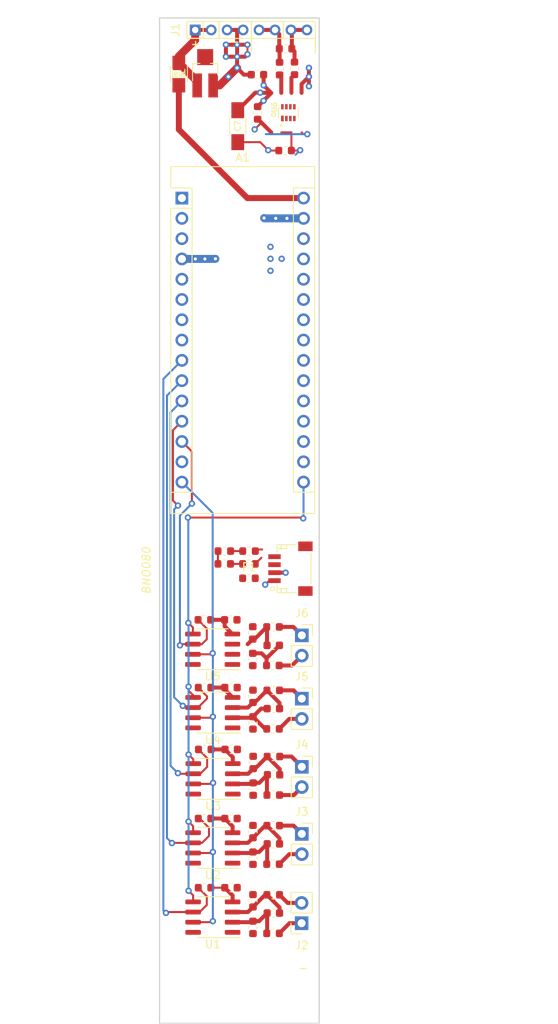
<source format=kicad_pcb>
(kicad_pcb (version 20211014) (generator pcbnew)
  (layers (0 "F.Cu" signal) (1 "In1.Cu" power "GND") (2 "In2.Cu" power "PWR") (31 "B.Cu" signal) (34 "B.Paste" user) (35 "F.Paste" user) (36 "B.SilkS" user "B.Silkscreen") (37 "F.SilkS" user "F.Silkscreen") (38 "B.Mask" user) (39 "F.Mask" user) (44 "Edge.Cuts" user))
  (net 0 "")
  (net 1 "GND")
  (net 2 "scl")
  (net 3 "sda")
  (net 4 "cs_1")
  (net 5 "sck")
  (net 6 "Net-(D7-Pad1)")
  (net 7 "Net-(C20-Pad2)")
  (net 8 "cs_5")
  (net 9 "Net-(C2-Pad2)")
  (net 10 "Net-(F1-Pad2)")
  (net 11 "tc1+")
  (net 12 "tc1-")
  (net 13 "tc2+")
  (net 14 "tc2-")
  (net 15 "tc4-")
  (net 16 "tc3-")
  (net 17 "tc3+")
  (net 18 "tc4+")
  (net 19 "cs_2")
  (net 20 "tc5+")
  (net 21 "tc5-")
  (net 22 "cs_3")
  (net 23 "Net-(Ri2cSCL1-Pad1)")
  (net 24 "Net-(Ri2cSDA1-Pad1)")
  (net 25 "+5V")
  (net 26 "copi")
  (net 27 "cipo")
  (net 28 "cs_4")
  (net 29 "UART_RX")
  (net 30 "RS485_EN")
  (net 31 "RS485_B+")
  (net 32 "Net-(R55-Pad2)")
  (net 33 "RS485_A-")
  (net 34 "Net-(R56-Pad2)")
  (net 48 "Vin")
  (net 49 "UART_TX")
  (net 50 "Net-(C3-Pad2)")
  (net 51 "Net-(C4-Pad1)")
  (net 52 "Net-(C5-Pad2)")
  (net 53 "Net-(C6-Pad1)")
  (net 54 "Net-(C8-Pad2)")
  (net 55 "Net-(C9-Pad1)")
  (net 56 "Net-(C22-Pad1)")
  (net 57 "Net-(C34-Pad1)")
  (footprint "Library:ferrite_bead_1206" (layer "F.Cu") (at 126.615 39.48 90)
    (fp_text reference "L5" hide)
    (fp_text value "Ferrite_Bead_Small" hide)
  )
  (footprint "Library:C_1206_HandSoldering_silkscreenlabel" (layer "F.Cu") (at 134 46 -90)
    (fp_text reference "C7" hide)
    (fp_text value "10u")
  )
  (footprint "Library:Fuse_0603_1608Metric" (layer "F.Cu") (at 135.4 102.6)
    (fp_text reference "F1")
    (fp_text value "Polyfuse" hide)
  )
  (footprint "Library:R_0603_1608Metric_fabdesignatorsmall" (layer "F.Cu") (at 135.4 100.8)
    (fp_text reference "Ri2cSDA1" hide)
    (fp_text value "500")
  )
  (footprint "Library:R_0603_1608Metric_fabdesignatorsmall" (layer "F.Cu") (at 132.3125 99.2)
    (fp_text reference "Ri2cSCL2" hide)
    (fp_text value "500")
  )
  (footprint "Library:R_0603_1608Metric_fabdesignatorsmall" (layer "F.Cu") (at 132.3 100.8)
    (fp_text reference "Ri2cSDA2" hide)
    (fp_text value "500")
  )
  (footprint "Library:R_0603_1608Metric_fabdesignatorsmall" (layer "F.Cu") (at 135.4125 99.2)
    (fp_text reference "Ri2cSCL1" hide)
    (fp_text value "500")
  )
  (footprint "Library:MountingHole_3.2mm_M3" (layer "F.Cu") (at 140.6 154.7)
    (fp_text reference "H3" hide)
    (fp_text value "MountingHole" hide)
  )
  (footprint "Library:MountingHole_3.2mm_M3" (layer "F.Cu") (at 154.94 116.84)
    (fp_text reference "H2" hide)
    (fp_text value "MountingHole" hide)
  )
  (footprint "Connector_PinSocket_2.00mm:PinSocket_1x08_P2.00mm_Vertical" (layer "F.Cu") (at 128.665 33.95 90)
    (fp_text reference "J1")
    (fp_text value "ethernet")
  )
  (footprint "Library:JST_SH_SM04B-SRSS-TB_04x1.00mm_Angled" (layer "F.Cu") (at 140.5375 101.4 90)
    (fp_text reference "J7" hide)
    (fp_text value "BN080")
  )
  (footprint "Library:R_0603_1608Metric_fabdesignatorsmall" (layer "F.Cu") (at 139.9275 49.05 180)
    (fp_text reference "R54" hide)
    (fp_text value "10k")
  )
  (footprint "Library:C_0603_1608Metric_fabdesignatorsmall" (layer "F.Cu") (at 138.482 127.206 180)
    (fp_text reference "C26" hide)
    (fp_text value ".01u")
  )
  (footprint "Library:R_0603_1608Metric_fabdesignatorsmall" (layer "F.Cu") (at 129.8615 124.031)
    (fp_text reference "R16" hide)
    (fp_text value "1M")
  )
  (footprint "Library:C_0603_1608Metric_fabdesignatorsmall" (layer "F.Cu") (at 135.904 146.311 -90)
    (fp_text reference "C22" hide)
    (fp_text value ".1u")
  )
  (footprint "Library:R_0603_1608Metric_fabdesignatorsmall" (layer "F.Cu") (at 139.99 36.3 180)
    (fp_text reference "R57" hide)
    (fp_text value "120r")
  )
  (footprint "Library:C_0603_1608Metric_fabdesignatorsmall" (layer "F.Cu") (at 135.904 142.983 -90)
    (fp_text reference "C20" hide)
    (fp_text value ".1u")
  )
  (footprint "Library:C_0603_1608Metric_fabdesignatorsmall" (layer "F.Cu") (at 133.151 116.285)
    (fp_text reference "C18" hide)
    (fp_text value ".1u")
  )
  (footprint "Package_SO:SOIC-8_3.9x4.9mm_P1.27mm" (layer "F.Cu") (at 130.903 127.714 180)
    (fp_text reference "U3")
    (fp_text value "MAX31855KASA")
  )
  (footprint "Library:C_0603_1608Metric_fabdesignatorsmall" (layer "F.Cu") (at 135.904 137.648 -90)
    (fp_text reference "C34" hide)
    (fp_text value ".1u")
  )
  (footprint "Library:C_0603_1608Metric_fabdesignatorsmall" (layer "F.Cu") (at 133.151 141.345)
    (fp_text reference "C1" hide)
    (fp_text value ".1u")
  )
  (footprint "Library:R_0603_1608Metric_fabdesignatorsmall" (layer "F.Cu") (at 138.444 142.234 180)
    (fp_text reference "R23" hide)
    (fp_text value "500")
  )
  (footprint "Library:R_0603_1608Metric_fabdesignatorsmall" (layer "F.Cu") (at 129.8115 107.805)
    (fp_text reference "R18" hide)
    (fp_text value "1M")
  )
  (footprint "Library:C_0603_1608Metric_fabdesignatorsmall" (layer "F.Cu") (at 135.879 109.443 -90)
    (fp_text reference "C8" hide)
    (fp_text value ".1u")
  )
  (footprint "Library:C_0603_1608Metric_fabdesignatorsmall" (layer "F.Cu") (at 138.457 118.92 180)
    (fp_text reference "C28" hide)
    (fp_text value ".01u")
  )
  (footprint "Library:C_0603_1608Metric_fabdesignatorsmall" (layer "F.Cu") (at 138.444 111)
    (fp_text reference "C29" hide)
    (fp_text value ".01u")
  )
  (footprint "Connector_PinSocket_2.54mm:PinSocket_1x02_P2.54mm_Vertical" (layer "F.Cu") (at 142.025 126.21)
    (fp_text reference "J4")
    (fp_text value "TC3")
  )
  (footprint "Library:R_0603_1608Metric_fabdesignatorsmall" (layer "F.Cu") (at 141.11 38.7625 -90)
    (fp_text reference "R55" hide)
    (fp_text value "10R")
  )
  (footprint "Library:R_0603_1608Metric_fabdesignatorsmall" (layer "F.Cu") (at 129.8365 132.682)
    (fp_text reference "R14" hide)
    (fp_text value "1M")
  )
  (footprint "Connector_PinSocket_2.54mm:PinSocket_1x02_P2.54mm_Vertical" (layer "F.Cu") (at 142.025 117.67)
    (fp_text reference "J5")
    (fp_text value "TC4")
  )
  (footprint "Library:MountingHole_3.2mm_M3" (layer "F.Cu") (at 170.68 95.37)
    (fp_text reference "H1" hide)
    (fp_text value "~" hide)
  )
  (footprint "Library:C_0603_1608Metric_fabdesignatorsmall" (layer "F.Cu") (at 133.176 124.031)
    (fp_text reference "C17" hide)
    (fp_text value ".1u")
  )
  (footprint "Library:R_0603_1608Metric_fabdesignatorsmall" (layer "F.Cu") (at 138.419 108.694 180)
    (fp_text reference "R5" hide)
    (fp_text value "500")
  )
  (footprint "Library:C_0603_1608Metric_fabdesignatorsmall" (layer "F.Cu") (at 135.929 128.997 -90)
    (fp_text reference "C4" hide)
    (fp_text value ".1u")
  )
  (footprint "Module:Arduino_Nano" (layer "F.Cu") (at 127 55)
    (fp_text reference "A1")
    (fp_text value "Arduino_Nano_Every")
  )
  (footprint "Library:C_0603_1608Metric_fabdesignatorsmall" (layer "F.Cu") (at 135.904 134.32 -90)
    (fp_text reference "C2" hide)
    (fp_text value ".1u")
  )
  (footprint "Connector_PinSocket_2.54mm:PinSocket_1x02_P2.54mm_Vertical" (layer "F.Cu") (at 142.025 134.607)
    (fp_text reference "J3")
    (fp_text value "TC2")
  )
  (footprint "Package_SO:SOIC-8_3.9x4.9mm_P1.27mm" (layer "F.Cu") (at 130.878 136.365 180)
    (fp_text reference "U2")
    (fp_text value "MAX31855KASA")
  )
  (footprint "Library:R_0603_1608Metric_fabdesignatorsmall" (layer "F.Cu") (at 138.469 124.92 180)
    (fp_text reference "R1" hide)
    (fp_text value "500")
  )
  (footprint "Library:R_0603_1608Metric_fabdesignatorsmall" (layer "F.Cu") (at 138.444 133.571 180)
    (fp_text reference "R13" hide)
    (fp_text value "500")
  )
  (footprint "Library:C_0603_1608Metric_fabdesignatorsmall" (layer "F.Cu") (at 138.457 144.52 180)
    (fp_text reference "C25" hide)
    (fp_text value ".01u")
  )
  (footprint "Library:C_0603_1608Metric_fabdesignatorsmall" (layer "F.Cu") (at 135.904 117.383 -90)
    (fp_text reference "C5" hide)
    (fp_text value ".1u")
  )
  (footprint "Package_SO:SOIC-8_3.9x4.9mm_P1.27mm" (layer "F.Cu") (at 130.878 119.428 180)
    (fp_text reference "U4")
    (fp_text value "MAX31855KASA")
  )
  (footprint "Connector_PinSocket_2.54mm:PinSocket_1x02_P2.54mm_Vertical" (layer "F.Cu") (at 142 145.79 180)
    (fp_text reference "J2")
    (fp_text value "TC1")
  )
  (footprint "Connector_PinSocket_2.54mm:PinSocket_1x02_P2.54mm_Vertical" (layer "F.Cu") (at 142.025 109.75)
    (fp_text reference "J6")
    (fp_text value "TC5")
  )
  (footprint "Library:C_0603_1608Metric_fabdesignatorsmall" (layer "F.Cu") (at 135.879 112.771 -90)
    (fp_text reference "C9" hide)
    (fp_text value ".1u")
  )
  (footprint "Library:R_0603_1608Metric_fabdesignatorsmall" (layer "F.Cu") (at 138.3935 113.52 180)
    (fp_text reference "R6" hide)
    (fp_text value "500")
  )
  (footprint "Library:R_0603_1608Metric_fabdesignatorsmall" (layer "F.Cu") (at 139.24 38.7925 -90)
    (fp_text reference "R56" hide)
    (fp_text value "10R")
  )
  (footprint "Library:SOT-5X3-8" (layer "F.Cu") (at 140.09 44.3 90)
    (fp_text reference "U6")
    (fp_text value "~")
  )
  (footprint "Library:R_0603_1608Metric_fabdesignatorsmall" (layer "F.Cu") (at 129.8365 141.345)
    (fp_text reference "R20" hide)
    (fp_text value "1M")
  )
  (footprint "Library:R_0603_1608Metric_fabdesignatorsmall" (layer "F.Cu") (at 138.4185 121.46 180)
    (fp_text reference "R4" hide)
    (fp_text value "500")
  )
  (footprint "Library:R_0603_1608Metric_fabdesignatorsmall" (layer "F.Cu") (at 138.4185 138.397 180)
    (fp_text reference "R15" hide)
    (fp_text value "500")
  )
  (footprint "Library:R_0603_1608Metric_fabdesignatorsmall" (layer "F.Cu") (at 138.4185 147.06 180)
    (fp_text reference "R24" hide)
    (fp_text value "500")
  )
  (footprint "Library:R_0603_1608Metric_fabdesignatorsmall" (layer "F.Cu") (at 138.4435 129.746 180)
    (fp_text reference "R2" hide)
    (fp_text value "500")
  )
  (footprint "Library:C_0603_1608Metric_fabdesignatorsmall" (layer "F.Cu") (at 138.457 135.857 180)
    (fp_text reference "C27" hide)
    (fp_text value ".01u")
  )
  (footprint "Package_SO:SOIC-8_3.9x4.9mm_P1.27mm" (layer "F.Cu") (at 130.853 111.488 180)
    (fp_text reference "U5")
    (fp_text value "MAX31855KASA")
  )
  (footprint "Library:R_0603_1608Metric_fabdesignatorsmall" (layer "F.Cu") (at 136.49 44.3375 -90)
    (fp_text reference "R53" hide)
    (fp_text value "10k")
  )
  (footprint "Library:C_0603_1608Metric_fabdesignatorsmall" (layer "F.Cu") (at 133.151 132.682)
    (fp_text reference "C16" hide)
    (fp_text value ".1u")
  )
  (footprint "Library:C_0603_1608Metric_fabdesignatorsmall" (layer "F.Cu") (at 133.126 107.805)
    (fp_text reference "C19" hide)
    (fp_text value ".1u")
  )
  (footprint "Library:R_0603_1608Metric_fabdesignatorsmall" (layer "F.Cu") (at 129.8365 116.285)
    (fp_text reference "R17" hide)
    (fp_text value "1M")
  )
  (footprint "Library:C_0603_1608Metric_fabdesignatorsmall" (layer "F.Cu") (at 135.904 120.711 -90)
    (fp_text reference "C6" hide)
    (fp_text value ".1u")
  )
  (footprint "Library:C_0603_1608Metric_fabdesignatorsmall" (layer "F.Cu") (at 136.465 39.55)
    (fp_text reference "C36" hide)
    (fp_text value "~")
  )
  (footprint "Package_SO:SOIC-8_3.9x4.9mm_P1.27mm" (layer "F.Cu") (at 130.878 145.028 180)
    (fp_text reference "U1")
    (fp_text value "MAX31855KASA")
  )
  (footprint "Library:R_0603_1608Metric_fabdesignatorsmall" (layer "F.Cu") (at 138.444 116.634 180)
    (fp_text reference "R3" hide)
    (fp_text value "500")
  )
  (footprint "Library:C_0603_1608Metric_fabdesignatorsmall" (layer "F.Cu") (at 135.929 125.669 -90)
    (fp_text reference "C3" hide)
    (fp_text value ".1u")
  )
  (footprint "Library:SOT-23_handsoldering" (layer "F.Cu") (at 129.915 38.9 90)
    (fp_text reference "D7" hide)
    (fp_text value "AQ12")
  )
  (gr_line (start 143.715 36.8) (end 143.715 35.05) (layer "F.SilkS") (width 0.15))
  (gr_line (start 128.665 32.89) (end 129.665 32.89) (layer "F.SilkS") (width 0.15))
  (gr_circle (center 138.49 44.55) (end 138.24 44.55) (layer "F.SilkS") (width 0.15) (fill none))
  (gr_line (start 131.665 32.9) (end 131.665 35) (layer "F.SilkS") (width 0.15))
  (gr_line (start 127.605 33.95) (end 127.615 35) (layer "F.SilkS") (width 0.15))
  (gr_line (start 139.715 35) (end 139.715 32.9) (layer "F.SilkS") (width 0.15))
  (gr_line (start 127.615 35) (end 129.665 35) (layer "F.SilkS") (width 0.15))
  (gr_line (start 135.715 36.8) (end 135.715 32.9) (layer "F.SilkS") (width 0.15))
  (gr_line locked (start 144.2 32.45) (end 144.2 158.3) (layer "Edge.Cuts") (width 0.15))
  (gr_line locked (start 124.2 158.3) (end 124.2 32.45) (layer "Edge.Cuts") (width 0.15))
  (gr_line locked (start 124.2 158.3) (end 144.2 158.3) (layer "Edge.Cuts") (width 0.1))
  (gr_line (start 124.2 32.45) (end 144.2 32.45) (layer "Edge.Cuts") (width 0.15))
  (gr_text "-" (at 142.2 151.4) (layer "F.SilkS") (effects (font (size 1 1))))
  (gr_text "-" (at 133.615 35.4) (layer "F.SilkS") (effects (font (size 1 1))))
  (gr_text "+" (at 128.715 35.7) (layer "F.SilkS") (effects (font (size 1 1))))
  (gr_text "BNO080" (at 122.562501 101.620001 90) (layer "F.SilkS") (effects (font (size 1 1) (thickness 0.15) italic)))
  (segment (start 132.815 39.8) (end 133.915 38.7) (width 1) (layer "F.Cu") (net 1))
  (segment (start 141.995 40.72) (end 142.915 39.8) (width 0.5) (layer "F.Cu") (net 1))
  (segment (start 133.765 33.95) (end 132.665 33.95) (width 0.5) (layer "F.Cu") (net 1))
  (segment (start 141.995 41.825) (end 141.995 40.72) (width 0.5) (layer "F.Cu") (net 1))
  (segment (start 138.6 102.9) (end 137.9375 102.9) (width 0.25) (layer "F.Cu") (net 1))
  (segment (start 134.915 37.3) (end 135.215 37) (width 0.5) (layer "F.Cu") (net 1))
  (segment (start 132.515 37.3) (end 132.515 35.8) (width 0.5) (layer "F.Cu") (net 1))
  (segment (start 142.915 39.8) (end 142.915 41) (width 0.5) (layer "F.Cu") (net 1))
  (segment (start 133.915 37.3) (end 133.915 35.8) (width 0.5) (layer "F.Cu") (net 1))
  (segment (start 134 48) (end 136.815 48) (width 0.25) (layer "F.Cu") (net 1))
  (segment (start 137.865 49.05) (end 137.815 49) (width 0.25) (layer "F.Cu") (net 1))
  (segment (start 132.515 35.8) (end 135.215 35.8) (width 0.5) (layer "F.Cu") (net 1))
  (segment (start 142.915 39.8) (end 142.915 38.7) (width 0.5) (layer "F.Cu") (net 1))
  (segment (start 133.915 34.1) (end 133.765 33.95) (width 0.5) (layer "F.Cu") (net 1))
  (segment (start 132.515 37.3) (end 134.915 37.3) (width 0.5) (layer "F.Cu") (net 1))
  (segment (start 133.915 38.7) (end 133.915 37.3) (width 0.5) (layer "F.Cu") (net 1))
  (segment (start 135.69 39.55) (end 134.765 39.55) (width 0.5) (layer "F.Cu") (net 1))
  (segment (start 133.765 33.95) (end 134.665 33.95) (width 0.5) (layer "F.Cu") (net 1))
  (segment (start 136.815 48) (end 137.815 49) (width 0.25) (layer "F.Cu") (net 1))
  (segment (start 135.165 37.05) (end 135.215 37) (width 0.25) (layer "F.Cu") (net 1))
  (segment (start 137.9375 102.9) (end 137.4375 103.4) (width 0.25) (layer "F.Cu") (net 1))
  (segment (start 134.765 39.55) (end 133.915 38.7) (width 0.5) (layer "F.Cu") (net 1))
  (segment (start 133.915 35.8) (end 133.915 34.1) (width 0.5) (layer "F.Cu") (net 1))
  (segment (start 139.14 49.05) (end 137.865 49.05) (width 0.25) (layer "F.Cu") (net 1))
  (segment (start 135.215 37) (end 135.215 35.8) (width 0.25) (layer "F.Cu") (net 1))
  (segment (start 131.715 40.9) (end 132.815 39.8) (width 1) (layer "F.Cu") (net 1))
  (segment (start 130.915 40.9) (end 131.715 40.9) (width 1) (layer "F.Cu") (net 1))
  (via (at 133.915 35.8) (size 0.8) (drill 0.4) (layers "F.Cu" "B.Cu") (net 1))
  (via (at 142.915 39.8) (size 0.8) (drill 0.4) (layers "F.Cu" "B.Cu") (net 1))
  (via (at 129.88 62.62) (size 0.8) (drill 0.4) (layers "F.Cu" "B.Cu") (net 1))
  (via (at 131.2 62.6) (size 0.8) (drill 0.4) (layers "F.Cu" "B.Cu") (net 1))
  (via (at 133.915 38.7) (size 0.8) (drill 0.4) (layers "F.Cu" "B.Cu") (net 1))
  (via (at 137.815 49) (size 0.8) (drill 0.4) (layers "F.Cu" "B.Cu") (net 1))
  (via (at 135.215 35.8) (size 0.8) (drill 0.4) (layers "F.Cu" "B.Cu") (net 1))
  (via (at 137.4375 103.4) (size 0.8) (drill 0.4) (layers "F.Cu" "B.Cu") (net 1))
  (via (at 137.3 57.5) (size 0.8) (drill 0.4) (layers "F.Cu" "B.Cu") (net 1))
  (via (at 132.515 35.8) (size 0.8) (drill 0.4) (layers "F.Cu" "B.Cu") (net 1))
  (via (at 138.76 57.54) (size 0.8) (drill 0.4) (layers "F.Cu" "B.Cu") (net 1))
  (via (at 132.515 37.3) (size 0.8) (drill 0.4) (layers "F.Cu" "B.Cu") (net 1))
  (via (at 133.915 37.3) (size 0.8) (drill 0.4) (layers "F.Cu" "B.Cu") (net 1))
  (via (at 132.815 39.8) (size 0.8) (drill 0.4) (layers "F.Cu" "B.Cu") (net 1))
  (via (at 135.215 37) (size 0.8) (drill 0.4) (layers "F.Cu" "B.Cu") (net 1))
  (via (at 140.16 57.54) (size 0.8) (drill 0.4) (layers "F.Cu" "B.Cu") (net 1))
  (via (at 128.68 62.62) (size 0.8) (drill 0.4) (layers "F.Cu" "B.Cu") (net 1))
  (via (at 142.915 41) (size 0.8) (drill 0.4) (layers "F.Cu" "B.Cu") (net 1))
  (via (at 142.915 38.7) (size 0.8) (drill 0.4) (layers "F.Cu" "B.Cu") (net 1))
  (segment (start 140.16 57.54) (end 138.76 57.54) (width 1) (layer "B.Cu") (net 1))
  (segment (start 142.24 57.54) (end 140.16 57.54) (width 1) (layer "B.Cu") (net 1))
  (segment (start 138.76 57.54) (end 137.34 57.54) (width 1) (layer "B.Cu") (net 1))
  (segment (start 128.68 62.62) (end 129.88 62.62) (width 1) (layer "B.Cu") (net 1))
  (segment (start 129.88 62.62) (end 131.18 62.62) (width 1) (layer "B.Cu") (net 1))
  (segment (start 127 62.62) (end 128.68 62.62) (width 1) (layer "B.Cu") (net 1))
  (segment (start 131.18 62.62) (end 131.2 62.6) (width 1) (layer "B.Cu") (net 1))
  (segment (start 137.34 57.54) (end 137.3 57.5) (width 1) (layer "B.Cu") (net 1))
  (segment (start 136.4 99) (end 136.2 99.2) (width 0.25) (layer "F.Cu") (net 2))
  (segment (start 137.0625 99) (end 136.4 99) (width 0.25) (layer "F.Cu") (net 2))
  (segment (start 136.956749 100.030751) (end 136.1875 100.8) (width 0.25) (layer "F.Cu") (net 3))
  (segment (start 129.227 144.393) (end 128.403 144.393) (width 0.25) (layer "F.Cu") (net 4))
  (segment (start 129.049 141.345) (end 130.116 142.412) (width 0.25) (layer "F.Cu") (net 4))
  (segment (start 128.403 144.393) (end 125.107 144.393) (width 0.25) (layer "F.Cu") (net 4))
  (segment (start 130.116 143.504) (end 129.227 144.393) (width 0.25) (layer "F.Cu") (net 4))
  (segment (start 130.116 142.412) (end 130.116 143.504) (width 0.25) (layer "F.Cu") (net 4))
  (segment (start 125.107 144.393) (end 125 144.5) (width 0.25) (layer "F.Cu") (net 4))
  (via (at 125 144.5) (size 0.8) (drill 0.4) (layers "F.Cu" "B.Cu") (net 4))
  (segment (start 124.676997 77.643003) (end 127 75.32) (width 0.25) (layer "B.Cu") (net 4))
  (segment (start 125 144.5) (end 124.676997 144.176997) (width 0.25) (layer "B.Cu") (net 4))
  (segment (start 124.676997 144.176997) (end 124.676997 77.643003) (width 0.25) (layer "B.Cu") (net 4))
  (segment (start 128.403 142.299) (end 127.83 141.726) (width 0.25) (layer "F.Cu") (net 5))
  (segment (start 128.378 109.583) (end 128.378 108.759) (width 0.25) (layer "F.Cu") (net 5))
  (segment (start 128.403 117.239) (end 127.83 116.666) (width 0.25) (layer "F.Cu") (net 5))
  (segment (start 127.75 95) (end 142.1 95) (width 0.25) (layer "F.Cu") (net 5))
  (segment (start 128.428 125.809) (end 128.428 125.268) (width 0.25) (layer "F.Cu") (net 5))
  (segment (start 128.403 117.523) (end 128.403 117.239) (width 0.25) (layer "F.Cu") (net 5))
  (segment (start 128.403 133.636) (end 127.83 133.063) (width 0.25) (layer "F.Cu") (net 5))
  (segment (start 128.403 143.123) (end 128.403 142.299) (width 0.25) (layer "F.Cu") (net 5))
  (segment (start 128.403 134.46) (end 128.403 133.636) (width 0.25) (layer "F.Cu") (net 5))
  (segment (start 128.428 125.268) (end 127.83 124.67) (width 0.25) (layer "F.Cu") (net 5))
  (segment (start 128.378 108.759) (end 127.805 108.186) (width 0.25) (layer "F.Cu") (net 5))
  (segment (start 127.83 116.666) (end 127.83 116.17) (width 0.25) (layer "F.Cu") (net 5))
  (segment (start 142.1 95) (end 142.2 95.1) (width 0.25) (layer "F.Cu") (net 5))
  (via (at 127.83 141.726) (size 0.8) (drill 0.4) (layers "F.Cu" "B.Cu") (net 5))
  (via (at 127.83 116.17) (size 0.8) (drill 0.4) (layers "F.Cu" "B.Cu") (net 5))
  (via (at 127.805 108.186) (size 0.8) (drill 0.4) (layers "F.Cu" "B.Cu") (net 5))
  (via (at 127.83 124.67) (size 0.8) (drill 0.4) (layers "F.Cu" "B.Cu") (net 5))
  (via (at 127.75 95) (size 0.8) (drill 0.4) (layers "F.Cu" "B.Cu") (net 5))
  (via (at 127.83 133.063) (size 0.8) (drill 0.4) (layers "F.Cu" "B.Cu") (net 5))
  (via (at 142.2 95.1) (size 0.8) (drill 0.4) (layers "F.Cu" "B.Cu") (net 5))
  (segment (start 142.2 95.1) (end 142.24 95.06) (width 0.25) (layer "B.Cu") (net 5))
  (segment (start 127.83 108.211) (end 127.805 108.186) (width 0.25) (layer "B.Cu") (net 5))
  (segment (start 127.805 95.055) (end 127.75 95) (width 0.25) (layer "B.Cu") (net 5))
  (segment (start 127.83 124.67) (end 127.83 116.17) (width 0.25) (layer "B.Cu") (net 5))
  (segment (start 127.83 116.17) (end 127.83 108.211) (width 0.25) (layer "B.Cu") (net 5))
  (segment (start 142.24 95.06) (end 142.24 90.56) (width 0.25) (layer "B.Cu") (net 5))
  (segment (start 127.83 141.726) (end 127.83 124.67) (width 0.25) (layer "B.Cu") (net 5))
  (segment (start 127.805 108.186) (end 127.805 95.055) (width 0.25) (layer "B.Cu") (net 5))
  (segment (start 128.915 40.9) (end 128.915 40.38) (width 1) (layer "F.Cu") (net 6))
  (segment (start 128.715 34) (end 128.665 33.95) (width 0.5) (layer "F.Cu") (net 6))
  (segment (start 128.915 40.38) (end 126.615 38.08) (width 1) (layer "F.Cu") (net 6))
  (segment (start 126.615 38.08) (end 126.615 37.25) (width 1) (layer "F.Cu") (net 6))
  (segment (start 126.615 37.25) (end 128.665 35.2) (width 1) (layer "F.Cu") (net 6))
  (segment (start 128.665 35.2) (end 128.665 33.95) (width 1) (layer "F.Cu") (net 6))
  (segment (start 128.665 33.95) (end 130.665 33.95) (width 0.5) (layer "F.Cu") (net 6))
  (segment (start 137.6565 142.234) (end 137.428 142.234) (width 0.5) (layer "F.Cu") (net 7))
  (segment (start 133.353 144.393) (end 135.269 144.393) (width 0.5) (layer "F.Cu") (net 7))
  (segment (start 137.428 142.234) (end 135.904 143.758) (width 0.5) (layer "F.Cu") (net 7))
  (segment (start 135.904 143.758) (end 135.269 144.393) (width 0.5) (layer "F.Cu") (net 7))
  (segment (start 139.232 144.52) (end 139.232 143.8095) (width 0.5) (layer "F.Cu") (net 7))
  (segment (start 139.232 143.8095) (end 137.6565 142.234) (width 0.5) (layer "F.Cu") (net 7))
  (segment (start 128.378 110.853) (end 126.897 110.853) (width 0.25) (layer "F.Cu") (net 8))
  (segment (start 130.116 110.238) (end 130.116 108.897) (width 0.25) (layer "F.Cu") (net 8))
  (segment (start 127 85.48) (end 128.25 86.73) (width 0.25) (layer "F.Cu") (net 8))
  (segment (start 129.501 110.853) (end 130.116 110.238) (width 0.25) (layer "F.Cu") (net 8))
  (segment (start 128.378 110.853) (end 129.501 110.853) (width 0.25) (layer "F.Cu") (net 8))
  (segment (start 130.116 108.897) (end 129.024 107.805) (width 0.25) (layer "F.Cu") (net 8))
  (segment (start 128.25 86.73) (end 128.25 93.25) (width 0.25) (layer "F.Cu") (net 8))
  (segment (start 126.897 110.853) (end 126.75 111) (width 0.25) (layer "F.Cu") (net 8))
  (via (at 128.25 93.25) (size 0.8) (drill 0.4) (layers "F.Cu" "B.Cu") (net 8))
  (via (at 126.75 111) (size 0.8) (drill 0.4) (layers "F.Cu" "B.Cu") (net 8))
  (segment (start 126.75 107.25) (end 126.75 94.75) (width 0.25) (layer "B.Cu") (net 8))
  (segment (start 126.75 111) (end 126.75 107.25) (width 0.25) (layer "B.Cu") (net 8))
  (segment (start 126.75 94.75) (end 128.25 93.25) (width 0.25) (layer "B.Cu") (net 8))
  (segment (start 126.75 107.25) (end 126.75 107) (width 0.25) (layer "B.Cu") (net 8))
  (segment (start 133.353 135.73) (end 135.269 135.73) (width 0.5) (layer "F.Cu") (net 9))
  (segment (start 137.428 133.571) (end 135.904 135.095) (width 0.5) (layer "F.Cu") (net 9))
  (segment (start 135.269 135.73) (end 135.904 135.095) (width 0.5) (layer "F.Cu") (net 9))
  (segment (start 139.232 135.857) (end 139.232 135.1465) (width 0.5) (layer "F.Cu") (net 9))
  (segment (start 137.6565 133.571) (end 137.428 133.571) (width 0.5) (layer "F.Cu") (net 9))
  (segment (start 139.232 135.1465) (end 137.6565 133.571) (width 0.5) (layer "F.Cu") (net 9))
  (segment (start 138.6 101.9) (end 139.991765 101.9) (width 0.5) (layer "F.Cu") (net 10))
  (segment (start 139.991765 101.9) (end 139.99425 101.902485) (width 0.5) (layer "F.Cu") (net 10))
  (via (at 139.99425 101.902485) (size 0.8) (drill 0.4) (layers "F.Cu" "B.Cu") (net 10))
  (segment (start 142 143.25) (end 140.2475 143.25) (width 0.5) (layer "F.Cu") (net 11))
  (segment (start 140.2475 143.25) (end 139.2315 142.234) (width 0.5) (layer "F.Cu") (net 11))
  (segment (start 142 145.79) (end 140.476 145.79) (width 0.5) (layer "F.Cu") (net 12))
  (segment (start 140.476 145.79) (end 139.206 147.06) (width 0.5) (layer "F.Cu") (net 12))
  (segment (start 140.989 133.571) (end 142.025 134.607) (width 0.5) (layer "F.Cu") (net 13))
  (segment (start 139.2315 133.571) (end 140.989 133.571) (width 0.5) (layer "F.Cu") (net 13))
  (segment (start 142.025 137.147) (end 140.456 137.147) (width 0.5) (layer "F.Cu") (net 14))
  (segment (start 140.456 137.147) (end 139.206 138.397) (width 0.5) (layer "F.Cu") (net 14))
  (segment (start 142.025 120.21) (end 140.456 120.21) (width 0.5) (layer "F.Cu") (net 15))
  (segment (start 139.211 121.46) (end 139.231 121.48) (width 0.5) (layer "F.Cu") (net 15))
  (segment (start 140.456 120.21) (end 139.206 121.46) (width 0.5) (layer "F.Cu") (net 15))
  (segment (start 139.206 121.46) (end 139.211 121.46) (width 0.5) (layer "F.Cu") (net 15))
  (segment (start 141.029 129.746) (end 142.025 128.75) (width 0.5) (layer "F.Cu") (net 16))
  (segment (start 139.231 129.746) (end 141.029 129.746) (width 0.5) (layer "F.Cu") (net 16))
  (segment (start 140.735 124.92) (end 142.025 126.21) (width 0.5) (layer "F.Cu") (net 17))
  (segment (start 139.2565 124.92) (end 140.735 124.92) (width 0.5) (layer "F.Cu") (net 17))
  (segment (start 140.989 116.634) (end 142.025 117.67) (width 0.5) (layer "F.Cu") (net 18))
  (segment (start 139.2315 116.634) (end 140.989 116.634) (width 0.5) (layer "F.Cu") (net 18))
  (segment (start 129.232 132.682) (end 129.049 132.682) (width 0.25) (layer "F.Cu") (net 19))
  (segment (start 128.403 135.73) (end 129.526 135.73) (width 0.25) (layer "F.Cu") (net 19))
  (segment (start 130.395 133.845) (end 129.232 132.682) (width 0.25) (layer "F.Cu") (net 19))
  (segment (start 129.526 135.73) (end 130.395 134.861) (width 0.25) (layer "F.Cu") (net 19))
  (segment (start 125.77 135.73) (end 125.75 135.75) (width 0.25) (layer "F.Cu") (net 19))
  (segment (start 128.403 135.73) (end 125.77 135.73) (width 0.25) (layer "F.Cu") (net 19))
  (segment (start 130.395 134.861) (end 130.395 133.845) (width 0.25) (layer "F.Cu") (net 19))
  (via (at 125.75 135.75) (size 0.8) (drill 0.4) (layers "F.Cu" "B.Cu") (net 19))
  (segment (start 125.126498 79.733502) (end 125.126498 135.126498) (width 0.25) (layer "B.Cu") (net 19))
  (segment (start 125.126498 135.126498) (end 125.75 135.75) (width 0.25) (layer "B.Cu") (net 19))
  (segment (start 127 77.86) (end 125.126498 79.733502) (width 0.25) (layer "B.Cu") (net 19))
  (segment (start 140.969 108.694) (end 142.025 109.75) (width 0.5) (layer "F.Cu") (net 20))
  (segment (start 139.2065 108.694) (end 140.969 108.694) (width 0.5) (layer "F.Cu") (net 20))
  (segment (start 140.795 113.52) (end 142.025 112.29) (width 0.5) (layer "F.Cu") (net 21))
  (segment (start 139.181 113.52) (end 140.795 113.52) (width 0.5) (layer "F.Cu") (net 21))
  (segment (start 128.428 127.079) (end 126.579 127.079) (width 0.25) (layer "F.Cu") (net 22))
  (segment (start 130.166 125.123) (end 129.074 124.031) (width 0.25) (layer "F.Cu") (net 22))
  (segment (start 130.166 126.21) (end 130.166 125.123) (width 0.25) (layer "F.Cu") (net 22))
  (segment (start 126.579 127.079) (end 126.5 127) (width 0.25) (layer "F.Cu") (net 22))
  (segment (start 129.297 127.079) (end 130.166 126.21) (width 0.25) (layer "F.Cu") (net 22))
  (segment (start 128.428 127.079) (end 129.297 127.079) (width 0.25) (layer "F.Cu") (net 22))
  (via (at 126.5 127) (size 0.8) (drill 0.4) (layers "F.Cu" "B.Cu") (net 22))
  (segment (start 125.575999 81.824001) (end 125.575999 126.075999) (width 0.25) (layer "B.Cu") (net 22))
  (segment (start 127 80.4) (end 125.575999 81.824001) (width 0.25) (layer "B.Cu") (net 22))
  (segment (start 125.575999 126.075999) (end 126.5 127) (width 0.25) (layer "B.Cu") (net 22))
  (segment (start 134.625 99.2) (end 133.1 99.2) (width 0.25) (layer "F.Cu") (net 23))
  (segment (start 133.0875 100.8) (end 134.6125 100.8) (width 0.25) (layer "F.Cu") (net 24))
  (segment (start 133.353 133.659) (end 132.376 132.682) (width 0.5) (layer "F.Cu") (net 25))
  (segment (start 133.353 142.322) (end 132.376 141.345) (width 0.5) (layer "F.Cu") (net 25))
  (segment (start 133.378 125.008) (end 132.401 124.031) (width 0.5) (layer "F.Cu") (net 25))
  (segment (start 137.24 40.88) (end 138.185 41.825) (width 0.5) (layer "F.Cu") (net 25))
  (segment (start 138.185 41.825) (end 136.84 41.825) (width 0.5) (layer "F.Cu") (net 25))
  (segment (start 130.624 132.682) (end 132.376 132.682) (width 0.5) (layer "F.Cu") (net 25))
  (segment (start 132.376 116.285) (end 130.624 116.285) (width 0.5) (layer "F.Cu") (net 25))
  (segment (start 138.185 41.825) (end 138.185 41.855) (width 0.5) (layer "F.Cu") (net 25))
  (segment (start 130.624 141.345) (end 132.376 141.345) (width 0.25) (layer "F.Cu") (net 25))
  (segment (start 133.353 143.123) (end 133.353 142.322) (width 0.5) (layer "F.Cu") (net 25))
  (segment (start 133.378 125.809) (end 133.378 125.008) (width 0.5) (layer "F.Cu") (net 25))
  (segment (start 136.2 41.8) (end 134 44) (width 0.5) (layer "F.Cu") (net 25))
  (segment (start 138.185 41.855) (end 136.49 43.55) (width 0.5) (layer "F.Cu") (net 25))
  (segment (start 130.649 124.031) (end 132.401 124.031) (width 0.5) (layer "F.Cu") (net 25))
  (segment (start 132.351 107.805) (end 132.351 108.606) (width 0.5) (layer "F.Cu") (net 25))
  (segment (start 130.599 107.805) (end 132.351 107.805) (width 0.5) (layer "F.Cu") (net 25))
  (segment (start 131.4875 100.825) (end 131.5125 100.8) (width 0.5) (layer "F.Cu") (net 25))
  (segment (start 133.353 134.46) (end 133.353 133.659) (width 0.5) (layer "F.Cu") (net 25))
  (segment (start 131.5125 100.8) (end 131.5125 99.7125) (width 0.25) (layer "F.Cu") (net 25))
  (segment (start 132.351 108.606) (end 133.328 109.583) (width 0.5) (layer "F.Cu") (net 25))
  (segment (start 136.815 41.8) (end 136.2 41.8) (width 0.5) (layer "F.Cu") (net 25))
  (segment (start 136.84 41.825) (end 136.815 41.8) (width 0.5) (layer "F.Cu") (net 25))
  (segment (start 137.24 39.55) (end 137.24 40.88) (width 0.5) (layer "F.Cu") (net 25))
  (segment (start 132.376 116.546) (end 133.353 117.523) (width 0.5) (layer "F.Cu") (net 25))
  (via (at 138.1 62.6) (size 0.8) (drill 0.4) (layers "F.Cu" "B.Cu") (net 25))
  (via (at 139.5 62.6) (size 0.8) (drill 0.4) (layers "F.Cu" "B.Cu") (net 25))
  (via (at 138.1 64.1) (size 0.8) (drill 0.4) (layers "F.Cu" "B.Cu") (net 25))
  (via (at 137.24 40.88) (size 0.8) (drill 0.4) (layers "F.Cu" "B.Cu") (net 25))
  (via (at 136.815 41.8) (size 0.8) (drill 0.4) (layers "F.Cu" "B.Cu") (net 25))
  (via (at 138.1 61.1) (size 0.8) (drill 0.4) (layers "F.Cu" "B.Cu") (net 25))
  (via (at 137.2275 42.8125) (size 0.8) (drill 0.4) (layers "F.Cu" "B.Cu") (net 25))
  (segment (start 130.776 128.349) (end 130.903 128.222) (width 0.25) (layer "F.Cu") (net 27))
  (segment (start 128.403 145.663) (end 130.751 145.663) (width 0.25) (layer "F.Cu") (net 27))
  (segment (start 130.751 120.063) (end 130.878 119.936) (width 0.25) (layer "F.Cu") (net 27))
  (segment (start 130.751 137) (end 130.878 136.873) (width 0.25) (layer "F.Cu") (net 27))
  (segment (start 128.403 137) (end 130.751 137) (width 0.25) (layer "F.Cu") (net 27))
  (segment (start 130.751 145.663) (end 130.878 145.536) (width 0.25) (layer "F.Cu") (net 27))
  (segment (start 130.726 112.123) (end 130.853 111.996) (width 0.25) (layer "F.Cu") (net 27))
  (segment (start 128.403 120.063) (end 130.751 120.063) (width 0.25) (layer "F.Cu") (net 27))
  (segment (start 128.428 128.349) (end 130.776 128.349) (width 0.25) (layer "F.Cu") (net 27))
  (segment (start 128.378 112.123) (end 130.726 112.123) (width 0.25) (layer "F.Cu") (net 27))
  (via (at 130.903 128.222) (size 0.8) (drill 0.4) (layers "F.Cu" "B.Cu") (net 27))
  (via (at 130.878 119.936) (size 0.8) (drill 0.4) (layers "F.Cu" "B.Cu") (net 27))
  (via (at 130.878 136.873) (size 0.8) (drill 0.4) (layers "F.Cu" "B.Cu") (net 27))
  (via (at 130.878 145.536) (size 0.8) (drill 0.4) (layers "F.Cu" "B.Cu") (net 27))
  (via (at 130.853 111.996) (size 0.8) (drill 0.4) (layers "F.Cu" "B.Cu") (net 27))
  (segment (start 130.878 145.536) (end 130.878 112.021) (width 0.25) (layer "B.Cu") (net 27))
  (segment (start 130.878 112.021) (end 130.853 111.996) (width 0.25) (layer "B.Cu") (net 27))
  (segment (start 130.853 94.413) (end 127 90.56) (width 0.25) (layer "B.Cu") (net 27))
  (segment (start 130.853 111.996) (end 130.853 94.413) (width 0.25) (layer "B.Cu") (net 27))
  (segment (start 127 82.94) (end 125.875 84.065) (width 0.25) (layer "F.Cu") (net 28))
  (segment (start 130.141 117.377) (end 130.141 117.67) (width 0.25) (layer "F.Cu") (net 28))
  (segment (start 125.875 84.065) (end 125.875 92.875) (width 0.25) (layer "F.Cu") (net 28))
  (segment (start 128.403 118.793) (end 127.324727 118.793) (width 0.25) (layer "F.Cu") (net 28))
  (segment (start 127.324727 118.793) (end 127.1055 118.573773) (width 0.25) (layer "F.Cu") (net 28))
  (segment (start 129.018 118.793) (end 130.141 117.67) (width 0.25) (layer "F.Cu") (net 28))
  (segment (start 125.875 92.875) (end 126.5 93.5) (width 0.25) (layer "F.Cu") (net 28))
  (segment (start 128.403 118.793) (end 129.018 118.793) (width 0.25) (layer "F.Cu") (net 28))
  (segment (start 130.141 117.377) (end 129.049 116.285) (width 0.25) (layer "F.Cu") (net 28))
  (via (at 126.5 93.5) (size 0.8) (drill 0.4) (layers "F.Cu" "B.Cu") (net 28))
  (via (at 127.1055 118.573773) (size 0.8) (drill 0.4) (layers "F.Cu" "B.Cu") (net 28))
  (segment (start 126.0255 107.08881) (end 126.0255 117.493773) (width 0.25) (layer "B.Cu") (net 28))
  (segment (start 126.0255 117.493773) (end 127.1055 118.573773) (width 0.25) (layer "B.Cu") (net 28))
  (segment (start 126.0255 107.08881) (end 126.0255 93.9745) (width 0.25) (layer "B.Cu") (net 28))
  (segment (start 126.0255 93.9745) (end 126.5 93.5) (width 0.25) (layer "B.Cu") (net 28))
  (segment (start 137.0625 45.6525) (end 138.185 46.775) (width 0.5) (layer "F.Cu") (net 29))
  (segment (start 136.535 45.125) (end 137.0625 45.6525) (width 0.5) (layer "F.Cu") (net 29))
  (segment (start 136.49 45.125) (end 136.535 45.125) (width 0.5) (layer "F.Cu") (net 29))
  (segment (start 136.115 46.4) (end 136.8625 45.6525) (width 0.25) (layer "F.Cu") (net 29))
  (segment (start 136.8625 45.6525) (end 137.0625 45.6525) (width 0.25) (layer "F.Cu") (net 29))
  (via (at 136.115 46.4) (size 0.8) (drill 0.4) (layers "F.Cu" "B.Cu") (net 29))
  (segment (start 140.725 46.775) (end 139.455 46.775) (width 0.25) (layer "F.Cu") (net 30))
  (segment (start 140.725 49.04) (end 140.715 49.05) (width 0.25) (layer "F.Cu") (net 30))
  (segment (start 141.765 49.05) (end 141.815 49) (width 0.25) (layer "F.Cu") (net 30))
  (segment (start 140.725 48.09) (end 140.725 49.04) (width 0.25) (layer "F.Cu") (net 30))
  (segment (start 140.715 49.05) (end 141.765 49.05) (width 0.25) (layer "F.Cu") (net 30))
  (segment (start 140.725 46.775) (end 140.725 48.09) (width 0.25) (layer "F.Cu") (net 30))
  (via (at 141.815 49) (size 0.8) (drill 0.4) (layers "F.Cu" "B.Cu") (net 30))
  (segment (start 141.815 49) (end 141.233078 49.581922) (width 0.25) (layer "B.Cu") (net 30))
  (segment (start 141.11 36.6325) (end 140.7775 36.3) (width 0.5) (layer "F.Cu") (net 31))
  (segment (start 140.815 34.1) (end 140.665 33.95) (width 0.5) (layer "F.Cu") (net 31))
  (segment (start 140.665 33.95) (end 142.665 33.95) (width 0.5) (layer "F.Cu") (net 31))
  (segment (start 141.11 37.975) (end 141.11 36.6325) (width 0.5) (layer "F.Cu") (net 31))
  (segment (start 142.54 34.075) (end 142.665 33.95) (width 0.35) (layer "F.Cu") (net 31))
  (segment (start 140.7775 36.3) (end 140.7775 34.0625) (width 0.5) (layer "F.Cu") (net 31))
  (segment (start 140.7775 34.0625) (end 140.665 33.95) (width 0.5) (layer "F.Cu") (net 31))
  (segment (start 140.725 41.825) (end 140.725 39.935) (width 0.5) (layer "F.Cu") (net 32))
  (segment (start 140.725 39.935) (end 141.11 39.55) (width 0.5) (layer "F.Cu") (net 32))
  (segment (start 136.665 33.95) (end 137.815 33.95) (width 0.5) (layer "F.Cu") (net 33))
  (segment (start 137.815 33.95) (end 138.665 33.95) (width 0.5) (layer "F.Cu") (net 33))
  (segment (start 139.2025 34.4875) (end 138.665 33.95) (width 0.5) (layer "F.Cu") (net 33))
  (segment (start 137.89 34.025) (end 137.815 33.95) (width 0.35) (layer "F.Cu") (net 33))
  (segment (start 139.2025 36.3) (end 139.2025 34.4875) (width 0.5) (layer "F.Cu") (net 33))
  (segment (start 139.24 36.3375) (end 139.2025 36.3) (width 0.5) (layer "F.Cu") (net 33))
  (segment (start 139.24 38.005) (end 139.24 36.3375) (width 0.5) (layer "F.Cu") (net 33))
  (segment (start 139.455 41.825) (end 139.455 39.795) (width 0.5) (layer "F.Cu") (net 34))
  (segment (start 139.455 39.795) (end 139.24 39.58) (width 0.5) (layer "F.Cu") (net 34))
  (segment (start 142.24 55) (end 135.2 55) (width 0.75) (layer "F.Cu") (net 48))
  (segment (start 126.615 46.415) (end 126.615 40.88) (width 0.75) (layer "F.Cu") (net 48))
  (segment (start 135.2 55) (end 126.615 46.415) (width 0.75) (layer "F.Cu") (net 48))
  (segment (start 142.22 47) (end 141.995 46.775) (width 0.25) (layer "F.Cu") (net 49))
  (segment (start 142.715 47) (end 142.22 47) (width 0.25) (layer "F.Cu") (net 49))
  (via (at 142.715 47) (size 0.8) (drill 0.4) (layers "F.Cu" "B.Cu") (net 49))
  (segment (start 137.515 47) (end 142.715 47) (width 0.25) (layer "B.Cu") (net 49))
  (segment (start 139.257 126.4955) (end 137.6815 124.92) (width 0.5) (layer "F.Cu") (net 50))
  (segment (start 133.378 127.079) (end 135.294 127.079) (width 0.5) (layer "F.Cu") (net 50))
  (segment (start 135.294 127.079) (end 135.929 126.444) (width 0.5) (layer "F.Cu") (net 50))
  (segment (start 135.929 126.444) (end 136.1575 126.444) (width 0.5) (layer "F.Cu") (net 50))
  (segment (start 136.1575 126.444) (end 137.6815 124.92) (width 0.5) (layer "F.Cu") (net 50))
  (segment (start 139.257 127.206) (end 139.257 126.4955) (width 0.5) (layer "F.Cu") (net 50))
  (segment (start 135.929 128.222) (end 136.691 128.222) (width 0.5) (layer "F.Cu") (net 51))
  (segment (start 135.802 128.349) (end 135.929 128.222) (width 0.5) (layer "F.Cu") (net 51))
  (segment (start 133.378 128.349) (end 135.802 128.349) (width 0.5) (layer "F.Cu") (net 51))
  (segment (start 137.656 127.257) (end 137.707 127.206) (width 0.5) (layer "F.Cu") (net 51))
  (segment (start 136.691 128.222) (end 137.707 127.206) (width 0.5) (layer "F.Cu") (net 51))
  (segment (start 137.656 129.746) (end 137.656 127.257) (width 0.5) (layer "F.Cu") (net 51))
  (segment (start 139.232 118.92) (end 139.232 118.2095) (width 0.5) (layer "F.Cu") (net 52))
  (segment (start 136.1325 118.158) (end 137.6565 116.634) (width 0.5) (layer "F.Cu") (net 52))
  (segment (start 135.269 118.793) (end 135.904 118.158) (width 0.5) (layer "F.Cu") (net 52))
  (segment (start 135.904 118.158) (end 136.1325 118.158) (width 0.5) (layer "F.Cu") (net 52))
  (segment (start 133.353 118.793) (end 135.269 118.793) (width 0.5) (layer "F.Cu") (net 52))
  (segment (start 139.232 118.2095) (end 137.6565 116.634) (width 0.5) (layer "F.Cu") (net 52))
  (segment (start 137.631 121.46) (end 137.428 121.46) (width 0.5) (layer "F.Cu") (net 53))
  (segment (start 133.353 120.063) (end 135.777 120.063) (width 0.5) (layer "F.Cu") (net 53))
  (segment (start 137.682 118.92) (end 136.92 118.92) (width 0.5) (layer "F.Cu") (net 53))
  (segment (start 136.92 118.92) (end 135.904 119.936) (width 0.5) (layer "F.Cu") (net 53))
  (segment (start 135.777 120.063) (end 135.904 119.936) (width 0.5) (layer "F.Cu") (net 53))
  (segment (start 137.428 121.46) (end 135.904 119.936) (width 0.5) (layer "F.Cu") (net 53))
  (segment (start 135.879 110.218) (end 136.1075 110.218) (width 0.5) (layer "F.Cu") (net 54))
  (segment (start 137.669 108.7315) (end 137.6315 108.694) (width 0.5) (layer "F.Cu") (net 54))
  (segment (start 136.1075 110.218) (end 137.6315 108.694) (width 0.5) (layer "F.Cu") (net 54))
  (segment (start 135.244 110.853) (end 135.879 110.218) (width 0.5) (layer "F.Cu") (net 54))
  (segment (start 137.669 111) (end 137.669 108.7315) (width 0.5) (layer "F.Cu") (net 54))
  (segment (start 137.606 113.52) (end 137.606 112.613) (width 0.5) (layer "F.Cu") (net 55))
  (segment (start 135.752 112.123) (end 135.879 111.996) (width 0.5) (layer "F.Cu") (net 55))
  (segment (start 136.989 111.996) (end 137.606 112.613) (width 0.5) (layer "F.Cu") (net 55))
  (segment (start 135.879 111.996) (end 136.989 111.996) (width 0.5) (layer "F.Cu") (net 55))
  (segment (start 137.606 112.613) (end 139.219 111) (width 0.5) (layer "F.Cu") (net 55))
  (segment (start 135.904 145.536) (end 136.666 145.536) (width 0.5) (layer "F.Cu") (net 56))
  (segment (start 137.682 147.009) (end 137.631 147.06) (width 0.5) (layer "F.Cu") (net 56))
  (segment (start 137.682 144.52) (end 137.682 147.009) (width 0.5) (layer "F.Cu") (net 56))
  (segment (start 136.666 145.536) (end 137.682 144.52) (width 0.5) (layer "F.Cu") (net 56))
  (segment (start 135.777 145.663) (end 135.904 145.536) (width 0.5) (layer "F.Cu") (net 56))
  (segment (start 133.353 145.663) (end 135.777 145.663) (width 0.5) (layer "F.Cu") (net 56))
  (segment (start 137.682 138.346) (end 137.631 138.397) (width 0.5) (layer "F.Cu") (net 57))
  (segment (start 135.904 136.873) (end 136.666 136.873) (width 0.5) (layer "F.Cu") (net 57))
  (segment (start 135.777 137) (end 135.904 136.873) (width 0.5) (layer "F.Cu") (net 57))
  (segment (start 137.682 135.857) (end 137.682 138.346) (width 0.5) (layer "F.Cu") (net 57))
  (segment (start 133.353 137) (end 135.777 137) (width 0.5) (layer "F.Cu") (net 57))
  (segment (start 136.666 136.873) (end 137.682 135.857) (width 0.5) (layer "F.Cu") (net 57))
)
</source>
